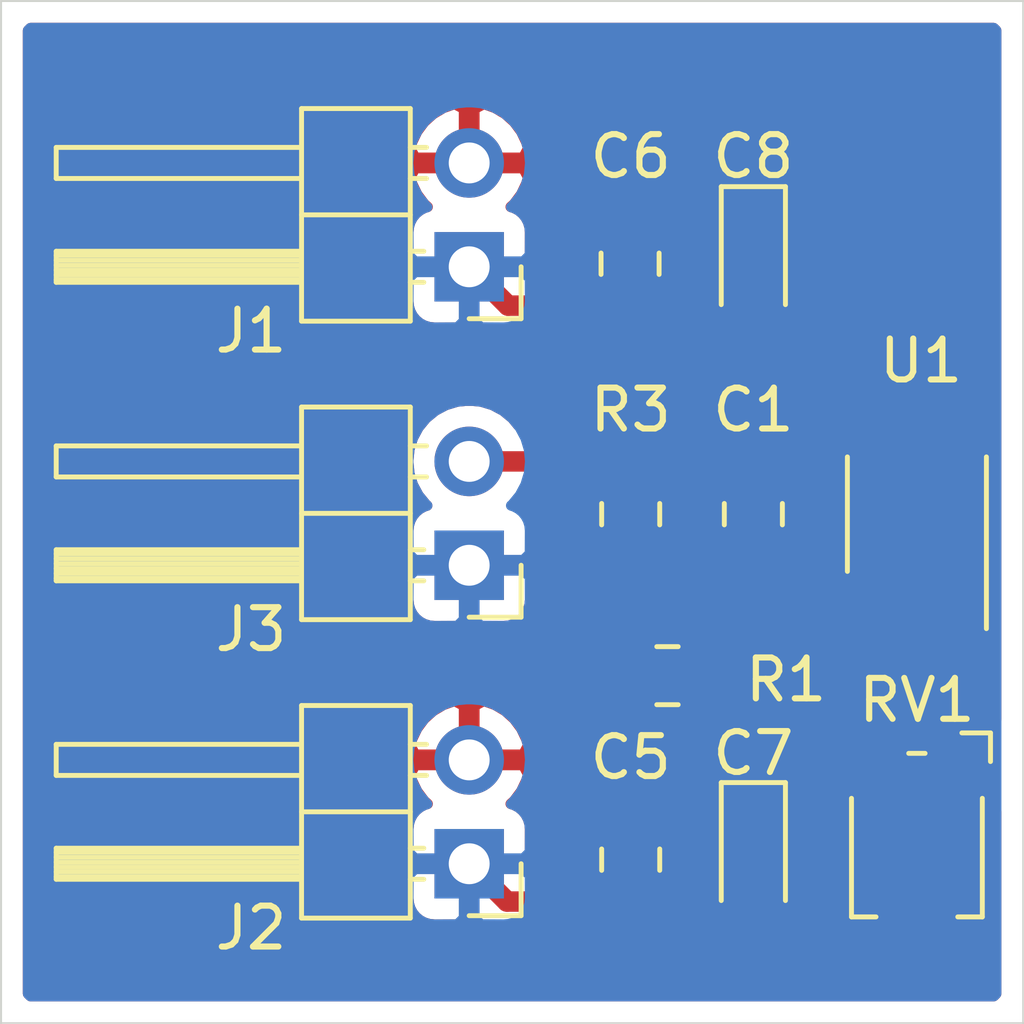
<source format=kicad_pcb>
(kicad_pcb (version 20171130) (host pcbnew "(5.1.2)-2")

  (general
    (thickness 1.6)
    (drawings 4)
    (tracks 28)
    (zones 0)
    (modules 12)
    (nets 6)
  )

  (page A4)
  (title_block
    (title "Sensor Auxiliary")
    (rev 1)
  )

  (layers
    (0 F.Cu mixed)
    (31 B.Cu power)
    (32 B.Adhes user)
    (33 F.Adhes user)
    (34 B.Paste user)
    (35 F.Paste user)
    (36 B.SilkS user)
    (37 F.SilkS user)
    (38 B.Mask user)
    (39 F.Mask user)
    (40 Dwgs.User user)
    (41 Cmts.User user)
    (42 Eco1.User user)
    (43 Eco2.User user)
    (44 Edge.Cuts user)
    (45 Margin user)
    (46 B.CrtYd user)
    (47 F.CrtYd user)
    (48 B.Fab user)
    (49 F.Fab user)
  )

  (setup
    (last_trace_width 0.5)
    (trace_clearance 0.2)
    (zone_clearance 0.508)
    (zone_45_only no)
    (trace_min 0.2)
    (via_size 0.8)
    (via_drill 0.4)
    (via_min_size 0.4)
    (via_min_drill 0.3)
    (uvia_size 0.3)
    (uvia_drill 0.1)
    (uvias_allowed no)
    (uvia_min_size 0.2)
    (uvia_min_drill 0.1)
    (edge_width 0.05)
    (segment_width 0.2)
    (pcb_text_width 0.3)
    (pcb_text_size 1.5 1.5)
    (mod_edge_width 0.12)
    (mod_text_size 1 1)
    (mod_text_width 0.15)
    (pad_size 1.524 1.524)
    (pad_drill 0.762)
    (pad_to_mask_clearance 0.051)
    (solder_mask_min_width 0.25)
    (aux_axis_origin 0 0)
    (visible_elements 7FFDFFFF)
    (pcbplotparams
      (layerselection 0x010fc_ffffffff)
      (usegerberextensions false)
      (usegerberattributes false)
      (usegerberadvancedattributes false)
      (creategerberjobfile false)
      (excludeedgelayer true)
      (linewidth 0.100000)
      (plotframeref false)
      (viasonmask false)
      (mode 1)
      (useauxorigin false)
      (hpglpennumber 1)
      (hpglpenspeed 20)
      (hpglpendiameter 15.000000)
      (psnegative false)
      (psa4output false)
      (plotreference true)
      (plotvalue true)
      (plotinvisibletext false)
      (padsonsilk false)
      (subtractmaskfromsilk false)
      (outputformat 1)
      (mirror false)
      (drillshape 1)
      (scaleselection 1)
      (outputdirectory ""))
  )

  (net 0 "")
  (net 1 GND)
  (net 2 +5V)
  (net 3 "Net-(R1-Pad2)")
  (net 4 "Net-(RV1-Pad1)")
  (net 5 /SENSOR_AUX)

  (net_class Default "This is the default net class."
    (clearance 0.2)
    (trace_width 0.5)
    (via_dia 0.8)
    (via_drill 0.4)
    (uvia_dia 0.3)
    (uvia_drill 0.1)
    (add_net +5V)
    (add_net /SENSOR_AUX)
    (add_net GND)
    (add_net "Net-(R1-Pad2)")
    (add_net "Net-(RV1-Pad1)")
  )

  (module Capacitor_SMD:C_0805_2012Metric_Pad1.15x1.40mm_HandSolder locked (layer F.Cu) (tedit 5B36C52B) (tstamp 5D308F95)
    (at 48.4 42.55 270)
    (descr "Capacitor SMD 0805 (2012 Metric), square (rectangular) end terminal, IPC_7351 nominal with elongated pad for handsoldering. (Body size source: https://docs.google.com/spreadsheets/d/1BsfQQcO9C6DZCsRaXUlFlo91Tg2WpOkGARC1WS5S8t0/edit?usp=sharing), generated with kicad-footprint-generator")
    (tags "capacitor handsolder")
    (path /682A3554)
    (attr smd)
    (fp_text reference C1 (at -2.55 0 180) (layer F.SilkS)
      (effects (font (size 1 1) (thickness 0.15)))
    )
    (fp_text value 100nF (at 0 1.65 90) (layer F.Fab)
      (effects (font (size 1 1) (thickness 0.15)))
    )
    (fp_line (start -1 0.6) (end -1 -0.6) (layer F.Fab) (width 0.1))
    (fp_line (start -1 -0.6) (end 1 -0.6) (layer F.Fab) (width 0.1))
    (fp_line (start 1 -0.6) (end 1 0.6) (layer F.Fab) (width 0.1))
    (fp_line (start 1 0.6) (end -1 0.6) (layer F.Fab) (width 0.1))
    (fp_line (start -0.261252 -0.71) (end 0.261252 -0.71) (layer F.SilkS) (width 0.12))
    (fp_line (start -0.261252 0.71) (end 0.261252 0.71) (layer F.SilkS) (width 0.12))
    (fp_line (start -1.85 0.95) (end -1.85 -0.95) (layer F.CrtYd) (width 0.05))
    (fp_line (start -1.85 -0.95) (end 1.85 -0.95) (layer F.CrtYd) (width 0.05))
    (fp_line (start 1.85 -0.95) (end 1.85 0.95) (layer F.CrtYd) (width 0.05))
    (fp_line (start 1.85 0.95) (end -1.85 0.95) (layer F.CrtYd) (width 0.05))
    (fp_text user %R (at 0 0 90) (layer F.Fab)
      (effects (font (size 0.5 0.5) (thickness 0.08)))
    )
    (pad 1 smd roundrect (at -1.025 0 270) (size 1.15 1.4) (layers F.Cu F.Paste F.Mask) (roundrect_rratio 0.217391)
      (net 5 /SENSOR_AUX))
    (pad 2 smd roundrect (at 1.025 0 270) (size 1.15 1.4) (layers F.Cu F.Paste F.Mask) (roundrect_rratio 0.217391)
      (net 1 GND))
    (model ${KISYS3DMOD}/Capacitor_SMD.3dshapes/C_0805_2012Metric.wrl
      (at (xyz 0 0 0))
      (scale (xyz 1 1 1))
      (rotate (xyz 0 0 0))
    )
  )

  (module Capacitor_SMD:C_0805_2012Metric_Pad1.15x1.40mm_HandSolder locked (layer F.Cu) (tedit 5B36C52B) (tstamp 5D30A78F)
    (at 45.4 51 90)
    (descr "Capacitor SMD 0805 (2012 Metric), square (rectangular) end terminal, IPC_7351 nominal with elongated pad for handsoldering. (Body size source: https://docs.google.com/spreadsheets/d/1BsfQQcO9C6DZCsRaXUlFlo91Tg2WpOkGARC1WS5S8t0/edit?usp=sharing), generated with kicad-footprint-generator")
    (tags "capacitor handsolder")
    (path /5EB86E32)
    (attr smd)
    (fp_text reference C5 (at 2.5 0 180) (layer F.SilkS)
      (effects (font (size 1 1) (thickness 0.15)))
    )
    (fp_text value 100nF (at 0 1.65 90) (layer F.Fab)
      (effects (font (size 1 1) (thickness 0.15)))
    )
    (fp_line (start -1 0.6) (end -1 -0.6) (layer F.Fab) (width 0.1))
    (fp_line (start -1 -0.6) (end 1 -0.6) (layer F.Fab) (width 0.1))
    (fp_line (start 1 -0.6) (end 1 0.6) (layer F.Fab) (width 0.1))
    (fp_line (start 1 0.6) (end -1 0.6) (layer F.Fab) (width 0.1))
    (fp_line (start -0.261252 -0.71) (end 0.261252 -0.71) (layer F.SilkS) (width 0.12))
    (fp_line (start -0.261252 0.71) (end 0.261252 0.71) (layer F.SilkS) (width 0.12))
    (fp_line (start -1.85 0.95) (end -1.85 -0.95) (layer F.CrtYd) (width 0.05))
    (fp_line (start -1.85 -0.95) (end 1.85 -0.95) (layer F.CrtYd) (width 0.05))
    (fp_line (start 1.85 -0.95) (end 1.85 0.95) (layer F.CrtYd) (width 0.05))
    (fp_line (start 1.85 0.95) (end -1.85 0.95) (layer F.CrtYd) (width 0.05))
    (fp_text user %R (at 0 0 90) (layer F.Fab)
      (effects (font (size 0.5 0.5) (thickness 0.08)))
    )
    (pad 1 smd roundrect (at -1.025 0 90) (size 1.15 1.4) (layers F.Cu F.Paste F.Mask) (roundrect_rratio 0.217391)
      (net 1 GND))
    (pad 2 smd roundrect (at 1.025 0 90) (size 1.15 1.4) (layers F.Cu F.Paste F.Mask) (roundrect_rratio 0.217391)
      (net 2 +5V))
    (model ${KISYS3DMOD}/Capacitor_SMD.3dshapes/C_0805_2012Metric.wrl
      (at (xyz 0 0 0))
      (scale (xyz 1 1 1))
      (rotate (xyz 0 0 0))
    )
  )

  (module Capacitor_SMD:C_0805_2012Metric_Pad1.15x1.40mm_HandSolder locked (layer F.Cu) (tedit 5B36C52B) (tstamp 5D30AB5C)
    (at 45.385001 36.424999 90)
    (descr "Capacitor SMD 0805 (2012 Metric), square (rectangular) end terminal, IPC_7351 nominal with elongated pad for handsoldering. (Body size source: https://docs.google.com/spreadsheets/d/1BsfQQcO9C6DZCsRaXUlFlo91Tg2WpOkGARC1WS5S8t0/edit?usp=sharing), generated with kicad-footprint-generator")
    (tags "capacitor handsolder")
    (path /5D29D75C)
    (attr smd)
    (fp_text reference C6 (at 2.624999 0.014999 180) (layer F.SilkS)
      (effects (font (size 1 1) (thickness 0.15)))
    )
    (fp_text value 100nF (at 0 1.65 90) (layer F.Fab)
      (effects (font (size 1 1) (thickness 0.15)))
    )
    (fp_text user %R (at 0 0 90) (layer F.Fab)
      (effects (font (size 0.5 0.5) (thickness 0.08)))
    )
    (fp_line (start 1.85 0.95) (end -1.85 0.95) (layer F.CrtYd) (width 0.05))
    (fp_line (start 1.85 -0.95) (end 1.85 0.95) (layer F.CrtYd) (width 0.05))
    (fp_line (start -1.85 -0.95) (end 1.85 -0.95) (layer F.CrtYd) (width 0.05))
    (fp_line (start -1.85 0.95) (end -1.85 -0.95) (layer F.CrtYd) (width 0.05))
    (fp_line (start -0.261252 0.71) (end 0.261252 0.71) (layer F.SilkS) (width 0.12))
    (fp_line (start -0.261252 -0.71) (end 0.261252 -0.71) (layer F.SilkS) (width 0.12))
    (fp_line (start 1 0.6) (end -1 0.6) (layer F.Fab) (width 0.1))
    (fp_line (start 1 -0.6) (end 1 0.6) (layer F.Fab) (width 0.1))
    (fp_line (start -1 -0.6) (end 1 -0.6) (layer F.Fab) (width 0.1))
    (fp_line (start -1 0.6) (end -1 -0.6) (layer F.Fab) (width 0.1))
    (pad 2 smd roundrect (at 1.025 0 90) (size 1.15 1.4) (layers F.Cu F.Paste F.Mask) (roundrect_rratio 0.217391)
      (net 2 +5V))
    (pad 1 smd roundrect (at -1.025 0 90) (size 1.15 1.4) (layers F.Cu F.Paste F.Mask) (roundrect_rratio 0.217391)
      (net 1 GND))
    (model ${KISYS3DMOD}/Capacitor_SMD.3dshapes/C_0805_2012Metric.wrl
      (at (xyz 0 0 0))
      (scale (xyz 1 1 1))
      (rotate (xyz 0 0 0))
    )
  )

  (module Capacitor_Tantalum_SMD:CP_EIA-2012-15_AVX-P_Pad1.30x1.05mm_HandSolder locked (layer F.Cu) (tedit 5B301BBE) (tstamp 5D308FCA)
    (at 48.4 51 270)
    (descr "Tantalum Capacitor SMD AVX-P (2012-15 Metric), IPC_7351 nominal, (Body size from: https://www.vishay.com/docs/40182/tmch.pdf), generated with kicad-footprint-generator")
    (tags "capacitor tantalum")
    (path /5EA63E43)
    (attr smd)
    (fp_text reference C7 (at -2.6 0 180) (layer F.SilkS)
      (effects (font (size 1 1) (thickness 0.15)))
    )
    (fp_text value 10uF (at 0 1.58 90) (layer F.Fab)
      (effects (font (size 1 1) (thickness 0.15)))
    )
    (fp_line (start 1 -0.625) (end -0.6875 -0.625) (layer F.Fab) (width 0.1))
    (fp_line (start -0.6875 -0.625) (end -1 -0.3125) (layer F.Fab) (width 0.1))
    (fp_line (start -1 -0.3125) (end -1 0.625) (layer F.Fab) (width 0.1))
    (fp_line (start -1 0.625) (end 1 0.625) (layer F.Fab) (width 0.1))
    (fp_line (start 1 0.625) (end 1 -0.625) (layer F.Fab) (width 0.1))
    (fp_line (start 1 -0.785) (end -1.885 -0.785) (layer F.SilkS) (width 0.12))
    (fp_line (start -1.885 -0.785) (end -1.885 0.785) (layer F.SilkS) (width 0.12))
    (fp_line (start -1.885 0.785) (end 1 0.785) (layer F.SilkS) (width 0.12))
    (fp_line (start -1.88 0.88) (end -1.88 -0.88) (layer F.CrtYd) (width 0.05))
    (fp_line (start -1.88 -0.88) (end 1.88 -0.88) (layer F.CrtYd) (width 0.05))
    (fp_line (start 1.88 -0.88) (end 1.88 0.88) (layer F.CrtYd) (width 0.05))
    (fp_line (start 1.88 0.88) (end -1.88 0.88) (layer F.CrtYd) (width 0.05))
    (fp_text user %R (at 0 0 90) (layer F.Fab)
      (effects (font (size 0.5 0.5) (thickness 0.08)))
    )
    (pad 1 smd roundrect (at -0.975 0 270) (size 1.3 1.05) (layers F.Cu F.Paste F.Mask) (roundrect_rratio 0.238095)
      (net 2 +5V))
    (pad 2 smd roundrect (at 0.975 0 270) (size 1.3 1.05) (layers F.Cu F.Paste F.Mask) (roundrect_rratio 0.238095)
      (net 1 GND))
    (model ${KISYS3DMOD}/Capacitor_Tantalum_SMD.3dshapes/CP_EIA-2012-15_AVX-P.wrl
      (at (xyz 0 0 0))
      (scale (xyz 1 1 1))
      (rotate (xyz 0 0 0))
    )
  )

  (module Capacitor_Tantalum_SMD:CP_EIA-2012-15_AVX-P_Pad1.30x1.05mm_HandSolder locked (layer F.Cu) (tedit 5B301BBE) (tstamp 5D308FDD)
    (at 48.4 36.425 270)
    (descr "Tantalum Capacitor SMD AVX-P (2012-15 Metric), IPC_7351 nominal, (Body size from: https://www.vishay.com/docs/40182/tmch.pdf), generated with kicad-footprint-generator")
    (tags "capacitor tantalum")
    (path /5D29D74F)
    (attr smd)
    (fp_text reference C8 (at -2.625 0 180) (layer F.SilkS)
      (effects (font (size 1 1) (thickness 0.15)))
    )
    (fp_text value 10uF (at 0 1.58 90) (layer F.Fab)
      (effects (font (size 1 1) (thickness 0.15)))
    )
    (fp_text user %R (at 0 0 90) (layer F.Fab)
      (effects (font (size 0.5 0.5) (thickness 0.08)))
    )
    (fp_line (start 1.88 0.88) (end -1.88 0.88) (layer F.CrtYd) (width 0.05))
    (fp_line (start 1.88 -0.88) (end 1.88 0.88) (layer F.CrtYd) (width 0.05))
    (fp_line (start -1.88 -0.88) (end 1.88 -0.88) (layer F.CrtYd) (width 0.05))
    (fp_line (start -1.88 0.88) (end -1.88 -0.88) (layer F.CrtYd) (width 0.05))
    (fp_line (start -1.885 0.785) (end 1 0.785) (layer F.SilkS) (width 0.12))
    (fp_line (start -1.885 -0.785) (end -1.885 0.785) (layer F.SilkS) (width 0.12))
    (fp_line (start 1 -0.785) (end -1.885 -0.785) (layer F.SilkS) (width 0.12))
    (fp_line (start 1 0.625) (end 1 -0.625) (layer F.Fab) (width 0.1))
    (fp_line (start -1 0.625) (end 1 0.625) (layer F.Fab) (width 0.1))
    (fp_line (start -1 -0.3125) (end -1 0.625) (layer F.Fab) (width 0.1))
    (fp_line (start -0.6875 -0.625) (end -1 -0.3125) (layer F.Fab) (width 0.1))
    (fp_line (start 1 -0.625) (end -0.6875 -0.625) (layer F.Fab) (width 0.1))
    (pad 2 smd roundrect (at 0.975 0 270) (size 1.3 1.05) (layers F.Cu F.Paste F.Mask) (roundrect_rratio 0.238095)
      (net 1 GND))
    (pad 1 smd roundrect (at -0.975 0 270) (size 1.3 1.05) (layers F.Cu F.Paste F.Mask) (roundrect_rratio 0.238095)
      (net 2 +5V))
    (model ${KISYS3DMOD}/Capacitor_Tantalum_SMD.3dshapes/CP_EIA-2012-15_AVX-P.wrl
      (at (xyz 0 0 0))
      (scale (xyz 1 1 1))
      (rotate (xyz 0 0 0))
    )
  )

  (module Connector_PinHeader_2.54mm:PinHeader_1x02_P2.54mm_Horizontal locked (layer F.Cu) (tedit 59FED5CB) (tstamp 5D309855)
    (at 41.45 36.5 180)
    (descr "Through hole angled pin header, 1x02, 2.54mm pitch, 6mm pin length, single row")
    (tags "Through hole angled pin header THT 1x02 2.54mm single row")
    (path /5D6017A8)
    (fp_text reference J1 (at 5.335 -1.57) (layer F.SilkS)
      (effects (font (size 1 1) (thickness 0.15)))
    )
    (fp_text value Conn_01x02 (at 4.385 4.81) (layer F.Fab)
      (effects (font (size 1 1) (thickness 0.15)))
    )
    (fp_line (start 2.135 -1.27) (end 4.04 -1.27) (layer F.Fab) (width 0.1))
    (fp_line (start 4.04 -1.27) (end 4.04 3.81) (layer F.Fab) (width 0.1))
    (fp_line (start 4.04 3.81) (end 1.5 3.81) (layer F.Fab) (width 0.1))
    (fp_line (start 1.5 3.81) (end 1.5 -0.635) (layer F.Fab) (width 0.1))
    (fp_line (start 1.5 -0.635) (end 2.135 -1.27) (layer F.Fab) (width 0.1))
    (fp_line (start -0.32 -0.32) (end 1.5 -0.32) (layer F.Fab) (width 0.1))
    (fp_line (start -0.32 -0.32) (end -0.32 0.32) (layer F.Fab) (width 0.1))
    (fp_line (start -0.32 0.32) (end 1.5 0.32) (layer F.Fab) (width 0.1))
    (fp_line (start 4.04 -0.32) (end 10.04 -0.32) (layer F.Fab) (width 0.1))
    (fp_line (start 10.04 -0.32) (end 10.04 0.32) (layer F.Fab) (width 0.1))
    (fp_line (start 4.04 0.32) (end 10.04 0.32) (layer F.Fab) (width 0.1))
    (fp_line (start -0.32 2.22) (end 1.5 2.22) (layer F.Fab) (width 0.1))
    (fp_line (start -0.32 2.22) (end -0.32 2.86) (layer F.Fab) (width 0.1))
    (fp_line (start -0.32 2.86) (end 1.5 2.86) (layer F.Fab) (width 0.1))
    (fp_line (start 4.04 2.22) (end 10.04 2.22) (layer F.Fab) (width 0.1))
    (fp_line (start 10.04 2.22) (end 10.04 2.86) (layer F.Fab) (width 0.1))
    (fp_line (start 4.04 2.86) (end 10.04 2.86) (layer F.Fab) (width 0.1))
    (fp_line (start 1.44 -1.33) (end 1.44 3.87) (layer F.SilkS) (width 0.12))
    (fp_line (start 1.44 3.87) (end 4.1 3.87) (layer F.SilkS) (width 0.12))
    (fp_line (start 4.1 3.87) (end 4.1 -1.33) (layer F.SilkS) (width 0.12))
    (fp_line (start 4.1 -1.33) (end 1.44 -1.33) (layer F.SilkS) (width 0.12))
    (fp_line (start 4.1 -0.38) (end 10.1 -0.38) (layer F.SilkS) (width 0.12))
    (fp_line (start 10.1 -0.38) (end 10.1 0.38) (layer F.SilkS) (width 0.12))
    (fp_line (start 10.1 0.38) (end 4.1 0.38) (layer F.SilkS) (width 0.12))
    (fp_line (start 4.1 -0.32) (end 10.1 -0.32) (layer F.SilkS) (width 0.12))
    (fp_line (start 4.1 -0.2) (end 10.1 -0.2) (layer F.SilkS) (width 0.12))
    (fp_line (start 4.1 -0.08) (end 10.1 -0.08) (layer F.SilkS) (width 0.12))
    (fp_line (start 4.1 0.04) (end 10.1 0.04) (layer F.SilkS) (width 0.12))
    (fp_line (start 4.1 0.16) (end 10.1 0.16) (layer F.SilkS) (width 0.12))
    (fp_line (start 4.1 0.28) (end 10.1 0.28) (layer F.SilkS) (width 0.12))
    (fp_line (start 1.11 -0.38) (end 1.44 -0.38) (layer F.SilkS) (width 0.12))
    (fp_line (start 1.11 0.38) (end 1.44 0.38) (layer F.SilkS) (width 0.12))
    (fp_line (start 1.44 1.27) (end 4.1 1.27) (layer F.SilkS) (width 0.12))
    (fp_line (start 4.1 2.16) (end 10.1 2.16) (layer F.SilkS) (width 0.12))
    (fp_line (start 10.1 2.16) (end 10.1 2.92) (layer F.SilkS) (width 0.12))
    (fp_line (start 10.1 2.92) (end 4.1 2.92) (layer F.SilkS) (width 0.12))
    (fp_line (start 1.042929 2.16) (end 1.44 2.16) (layer F.SilkS) (width 0.12))
    (fp_line (start 1.042929 2.92) (end 1.44 2.92) (layer F.SilkS) (width 0.12))
    (fp_line (start -1.27 0) (end -1.27 -1.27) (layer F.SilkS) (width 0.12))
    (fp_line (start -1.27 -1.27) (end 0 -1.27) (layer F.SilkS) (width 0.12))
    (fp_line (start -1.8 -1.8) (end -1.8 4.35) (layer F.CrtYd) (width 0.05))
    (fp_line (start -1.8 4.35) (end 10.55 4.35) (layer F.CrtYd) (width 0.05))
    (fp_line (start 10.55 4.35) (end 10.55 -1.8) (layer F.CrtYd) (width 0.05))
    (fp_line (start 10.55 -1.8) (end -1.8 -1.8) (layer F.CrtYd) (width 0.05))
    (fp_text user %R (at 2.77 1.27 90) (layer F.Fab)
      (effects (font (size 1 1) (thickness 0.15)))
    )
    (pad 1 thru_hole rect (at 0 0 180) (size 1.7 1.7) (drill 1) (layers *.Cu *.Mask)
      (net 1 GND))
    (pad 2 thru_hole oval (at 0 2.54 180) (size 1.7 1.7) (drill 1) (layers *.Cu *.Mask)
      (net 2 +5V))
    (model ${KISYS3DMOD}/Connector_PinHeader_2.54mm.3dshapes/PinHeader_1x02_P2.54mm_Horizontal.wrl
      (at (xyz 0 0 0))
      (scale (xyz 1 1 1))
      (rotate (xyz 0 0 0))
    )
  )

  (module Connector_PinHeader_2.54mm:PinHeader_1x02_P2.54mm_Horizontal locked (layer F.Cu) (tedit 59FED5CB) (tstamp 5D309043)
    (at 41.45 51.1 180)
    (descr "Through hole angled pin header, 1x02, 2.54mm pitch, 6mm pin length, single row")
    (tags "Through hole angled pin header THT 1x02 2.54mm single row")
    (path /5D29D788)
    (fp_text reference J2 (at 5.335 -1.57) (layer F.SilkS)
      (effects (font (size 1 1) (thickness 0.15)))
    )
    (fp_text value Conn_01x02 (at 4.385 4.81) (layer F.Fab)
      (effects (font (size 1 1) (thickness 0.15)))
    )
    (fp_text user %R (at 2.77 1.27 90) (layer F.Fab)
      (effects (font (size 1 1) (thickness 0.15)))
    )
    (fp_line (start 10.55 -1.8) (end -1.8 -1.8) (layer F.CrtYd) (width 0.05))
    (fp_line (start 10.55 4.35) (end 10.55 -1.8) (layer F.CrtYd) (width 0.05))
    (fp_line (start -1.8 4.35) (end 10.55 4.35) (layer F.CrtYd) (width 0.05))
    (fp_line (start -1.8 -1.8) (end -1.8 4.35) (layer F.CrtYd) (width 0.05))
    (fp_line (start -1.27 -1.27) (end 0 -1.27) (layer F.SilkS) (width 0.12))
    (fp_line (start -1.27 0) (end -1.27 -1.27) (layer F.SilkS) (width 0.12))
    (fp_line (start 1.042929 2.92) (end 1.44 2.92) (layer F.SilkS) (width 0.12))
    (fp_line (start 1.042929 2.16) (end 1.44 2.16) (layer F.SilkS) (width 0.12))
    (fp_line (start 10.1 2.92) (end 4.1 2.92) (layer F.SilkS) (width 0.12))
    (fp_line (start 10.1 2.16) (end 10.1 2.92) (layer F.SilkS) (width 0.12))
    (fp_line (start 4.1 2.16) (end 10.1 2.16) (layer F.SilkS) (width 0.12))
    (fp_line (start 1.44 1.27) (end 4.1 1.27) (layer F.SilkS) (width 0.12))
    (fp_line (start 1.11 0.38) (end 1.44 0.38) (layer F.SilkS) (width 0.12))
    (fp_line (start 1.11 -0.38) (end 1.44 -0.38) (layer F.SilkS) (width 0.12))
    (fp_line (start 4.1 0.28) (end 10.1 0.28) (layer F.SilkS) (width 0.12))
    (fp_line (start 4.1 0.16) (end 10.1 0.16) (layer F.SilkS) (width 0.12))
    (fp_line (start 4.1 0.04) (end 10.1 0.04) (layer F.SilkS) (width 0.12))
    (fp_line (start 4.1 -0.08) (end 10.1 -0.08) (layer F.SilkS) (width 0.12))
    (fp_line (start 4.1 -0.2) (end 10.1 -0.2) (layer F.SilkS) (width 0.12))
    (fp_line (start 4.1 -0.32) (end 10.1 -0.32) (layer F.SilkS) (width 0.12))
    (fp_line (start 10.1 0.38) (end 4.1 0.38) (layer F.SilkS) (width 0.12))
    (fp_line (start 10.1 -0.38) (end 10.1 0.38) (layer F.SilkS) (width 0.12))
    (fp_line (start 4.1 -0.38) (end 10.1 -0.38) (layer F.SilkS) (width 0.12))
    (fp_line (start 4.1 -1.33) (end 1.44 -1.33) (layer F.SilkS) (width 0.12))
    (fp_line (start 4.1 3.87) (end 4.1 -1.33) (layer F.SilkS) (width 0.12))
    (fp_line (start 1.44 3.87) (end 4.1 3.87) (layer F.SilkS) (width 0.12))
    (fp_line (start 1.44 -1.33) (end 1.44 3.87) (layer F.SilkS) (width 0.12))
    (fp_line (start 4.04 2.86) (end 10.04 2.86) (layer F.Fab) (width 0.1))
    (fp_line (start 10.04 2.22) (end 10.04 2.86) (layer F.Fab) (width 0.1))
    (fp_line (start 4.04 2.22) (end 10.04 2.22) (layer F.Fab) (width 0.1))
    (fp_line (start -0.32 2.86) (end 1.5 2.86) (layer F.Fab) (width 0.1))
    (fp_line (start -0.32 2.22) (end -0.32 2.86) (layer F.Fab) (width 0.1))
    (fp_line (start -0.32 2.22) (end 1.5 2.22) (layer F.Fab) (width 0.1))
    (fp_line (start 4.04 0.32) (end 10.04 0.32) (layer F.Fab) (width 0.1))
    (fp_line (start 10.04 -0.32) (end 10.04 0.32) (layer F.Fab) (width 0.1))
    (fp_line (start 4.04 -0.32) (end 10.04 -0.32) (layer F.Fab) (width 0.1))
    (fp_line (start -0.32 0.32) (end 1.5 0.32) (layer F.Fab) (width 0.1))
    (fp_line (start -0.32 -0.32) (end -0.32 0.32) (layer F.Fab) (width 0.1))
    (fp_line (start -0.32 -0.32) (end 1.5 -0.32) (layer F.Fab) (width 0.1))
    (fp_line (start 1.5 -0.635) (end 2.135 -1.27) (layer F.Fab) (width 0.1))
    (fp_line (start 1.5 3.81) (end 1.5 -0.635) (layer F.Fab) (width 0.1))
    (fp_line (start 4.04 3.81) (end 1.5 3.81) (layer F.Fab) (width 0.1))
    (fp_line (start 4.04 -1.27) (end 4.04 3.81) (layer F.Fab) (width 0.1))
    (fp_line (start 2.135 -1.27) (end 4.04 -1.27) (layer F.Fab) (width 0.1))
    (pad 2 thru_hole oval (at 0 2.54 180) (size 1.7 1.7) (drill 1) (layers *.Cu *.Mask)
      (net 2 +5V))
    (pad 1 thru_hole rect (at 0 0 180) (size 1.7 1.7) (drill 1) (layers *.Cu *.Mask)
      (net 1 GND))
    (model ${KISYS3DMOD}/Connector_PinHeader_2.54mm.3dshapes/PinHeader_1x02_P2.54mm_Horizontal.wrl
      (at (xyz 0 0 0))
      (scale (xyz 1 1 1))
      (rotate (xyz 0 0 0))
    )
  )

  (module Connector_PinHeader_2.54mm:PinHeader_1x02_P2.54mm_Horizontal locked (layer F.Cu) (tedit 59FED5CB) (tstamp 5D309076)
    (at 41.45 43.8 180)
    (descr "Through hole angled pin header, 1x02, 2.54mm pitch, 6mm pin length, single row")
    (tags "Through hole angled pin header THT 1x02 2.54mm single row")
    (path /5D31F86D)
    (fp_text reference J3 (at 5.335 -1.57) (layer F.SilkS)
      (effects (font (size 1 1) (thickness 0.15)))
    )
    (fp_text value Conn_01x02 (at 4.385 4.81) (layer F.Fab)
      (effects (font (size 1 1) (thickness 0.15)))
    )
    (fp_line (start 2.135 -1.27) (end 4.04 -1.27) (layer F.Fab) (width 0.1))
    (fp_line (start 4.04 -1.27) (end 4.04 3.81) (layer F.Fab) (width 0.1))
    (fp_line (start 4.04 3.81) (end 1.5 3.81) (layer F.Fab) (width 0.1))
    (fp_line (start 1.5 3.81) (end 1.5 -0.635) (layer F.Fab) (width 0.1))
    (fp_line (start 1.5 -0.635) (end 2.135 -1.27) (layer F.Fab) (width 0.1))
    (fp_line (start -0.32 -0.32) (end 1.5 -0.32) (layer F.Fab) (width 0.1))
    (fp_line (start -0.32 -0.32) (end -0.32 0.32) (layer F.Fab) (width 0.1))
    (fp_line (start -0.32 0.32) (end 1.5 0.32) (layer F.Fab) (width 0.1))
    (fp_line (start 4.04 -0.32) (end 10.04 -0.32) (layer F.Fab) (width 0.1))
    (fp_line (start 10.04 -0.32) (end 10.04 0.32) (layer F.Fab) (width 0.1))
    (fp_line (start 4.04 0.32) (end 10.04 0.32) (layer F.Fab) (width 0.1))
    (fp_line (start -0.32 2.22) (end 1.5 2.22) (layer F.Fab) (width 0.1))
    (fp_line (start -0.32 2.22) (end -0.32 2.86) (layer F.Fab) (width 0.1))
    (fp_line (start -0.32 2.86) (end 1.5 2.86) (layer F.Fab) (width 0.1))
    (fp_line (start 4.04 2.22) (end 10.04 2.22) (layer F.Fab) (width 0.1))
    (fp_line (start 10.04 2.22) (end 10.04 2.86) (layer F.Fab) (width 0.1))
    (fp_line (start 4.04 2.86) (end 10.04 2.86) (layer F.Fab) (width 0.1))
    (fp_line (start 1.44 -1.33) (end 1.44 3.87) (layer F.SilkS) (width 0.12))
    (fp_line (start 1.44 3.87) (end 4.1 3.87) (layer F.SilkS) (width 0.12))
    (fp_line (start 4.1 3.87) (end 4.1 -1.33) (layer F.SilkS) (width 0.12))
    (fp_line (start 4.1 -1.33) (end 1.44 -1.33) (layer F.SilkS) (width 0.12))
    (fp_line (start 4.1 -0.38) (end 10.1 -0.38) (layer F.SilkS) (width 0.12))
    (fp_line (start 10.1 -0.38) (end 10.1 0.38) (layer F.SilkS) (width 0.12))
    (fp_line (start 10.1 0.38) (end 4.1 0.38) (layer F.SilkS) (width 0.12))
    (fp_line (start 4.1 -0.32) (end 10.1 -0.32) (layer F.SilkS) (width 0.12))
    (fp_line (start 4.1 -0.2) (end 10.1 -0.2) (layer F.SilkS) (width 0.12))
    (fp_line (start 4.1 -0.08) (end 10.1 -0.08) (layer F.SilkS) (width 0.12))
    (fp_line (start 4.1 0.04) (end 10.1 0.04) (layer F.SilkS) (width 0.12))
    (fp_line (start 4.1 0.16) (end 10.1 0.16) (layer F.SilkS) (width 0.12))
    (fp_line (start 4.1 0.28) (end 10.1 0.28) (layer F.SilkS) (width 0.12))
    (fp_line (start 1.11 -0.38) (end 1.44 -0.38) (layer F.SilkS) (width 0.12))
    (fp_line (start 1.11 0.38) (end 1.44 0.38) (layer F.SilkS) (width 0.12))
    (fp_line (start 1.44 1.27) (end 4.1 1.27) (layer F.SilkS) (width 0.12))
    (fp_line (start 4.1 2.16) (end 10.1 2.16) (layer F.SilkS) (width 0.12))
    (fp_line (start 10.1 2.16) (end 10.1 2.92) (layer F.SilkS) (width 0.12))
    (fp_line (start 10.1 2.92) (end 4.1 2.92) (layer F.SilkS) (width 0.12))
    (fp_line (start 1.042929 2.16) (end 1.44 2.16) (layer F.SilkS) (width 0.12))
    (fp_line (start 1.042929 2.92) (end 1.44 2.92) (layer F.SilkS) (width 0.12))
    (fp_line (start -1.27 0) (end -1.27 -1.27) (layer F.SilkS) (width 0.12))
    (fp_line (start -1.27 -1.27) (end 0 -1.27) (layer F.SilkS) (width 0.12))
    (fp_line (start -1.8 -1.8) (end -1.8 4.35) (layer F.CrtYd) (width 0.05))
    (fp_line (start -1.8 4.35) (end 10.55 4.35) (layer F.CrtYd) (width 0.05))
    (fp_line (start 10.55 4.35) (end 10.55 -1.8) (layer F.CrtYd) (width 0.05))
    (fp_line (start 10.55 -1.8) (end -1.8 -1.8) (layer F.CrtYd) (width 0.05))
    (fp_text user %R (at 2.77 1.27 90) (layer F.Fab)
      (effects (font (size 1 1) (thickness 0.15)))
    )
    (pad 1 thru_hole rect (at 0 0 180) (size 1.7 1.7) (drill 1) (layers *.Cu *.Mask)
      (net 1 GND))
    (pad 2 thru_hole oval (at 0 2.54 180) (size 1.7 1.7) (drill 1) (layers *.Cu *.Mask)
      (net 5 /SENSOR_AUX))
    (model ${KISYS3DMOD}/Connector_PinHeader_2.54mm.3dshapes/PinHeader_1x02_P2.54mm_Horizontal.wrl
      (at (xyz 0 0 0))
      (scale (xyz 1 1 1))
      (rotate (xyz 0 0 0))
    )
  )

  (module Resistor_SMD:R_0805_2012Metric_Pad1.15x1.40mm_HandSolder locked (layer F.Cu) (tedit 5B36C52B) (tstamp 5D309087)
    (at 46.3 46.5)
    (descr "Resistor SMD 0805 (2012 Metric), square (rectangular) end terminal, IPC_7351 nominal with elongated pad for handsoldering. (Body size source: https://docs.google.com/spreadsheets/d/1BsfQQcO9C6DZCsRaXUlFlo91Tg2WpOkGARC1WS5S8t0/edit?usp=sharing), generated with kicad-footprint-generator")
    (tags "resistor handsolder")
    (path /5D4DD78C)
    (attr smd)
    (fp_text reference R1 (at 2.9 0.1) (layer F.SilkS)
      (effects (font (size 1 1) (thickness 0.15)))
    )
    (fp_text value 150 (at 0 1.65) (layer F.Fab)
      (effects (font (size 1 1) (thickness 0.15)))
    )
    (fp_text user %R (at 0 0) (layer F.Fab)
      (effects (font (size 0.5 0.5) (thickness 0.08)))
    )
    (fp_line (start 1.85 0.95) (end -1.85 0.95) (layer F.CrtYd) (width 0.05))
    (fp_line (start 1.85 -0.95) (end 1.85 0.95) (layer F.CrtYd) (width 0.05))
    (fp_line (start -1.85 -0.95) (end 1.85 -0.95) (layer F.CrtYd) (width 0.05))
    (fp_line (start -1.85 0.95) (end -1.85 -0.95) (layer F.CrtYd) (width 0.05))
    (fp_line (start -0.261252 0.71) (end 0.261252 0.71) (layer F.SilkS) (width 0.12))
    (fp_line (start -0.261252 -0.71) (end 0.261252 -0.71) (layer F.SilkS) (width 0.12))
    (fp_line (start 1 0.6) (end -1 0.6) (layer F.Fab) (width 0.1))
    (fp_line (start 1 -0.6) (end 1 0.6) (layer F.Fab) (width 0.1))
    (fp_line (start -1 -0.6) (end 1 -0.6) (layer F.Fab) (width 0.1))
    (fp_line (start -1 0.6) (end -1 -0.6) (layer F.Fab) (width 0.1))
    (pad 2 smd roundrect (at 1.025 0) (size 1.15 1.4) (layers F.Cu F.Paste F.Mask) (roundrect_rratio 0.217391)
      (net 3 "Net-(R1-Pad2)"))
    (pad 1 smd roundrect (at -1.025 0) (size 1.15 1.4) (layers F.Cu F.Paste F.Mask) (roundrect_rratio 0.217391)
      (net 2 +5V))
    (model ${KISYS3DMOD}/Resistor_SMD.3dshapes/R_0805_2012Metric.wrl
      (at (xyz 0 0 0))
      (scale (xyz 1 1 1))
      (rotate (xyz 0 0 0))
    )
  )

  (module Resistor_SMD:R_0805_2012Metric_Pad1.15x1.40mm_HandSolder locked (layer F.Cu) (tedit 5B36C52B) (tstamp 5D30A450)
    (at 45.4 42.55 90)
    (descr "Resistor SMD 0805 (2012 Metric), square (rectangular) end terminal, IPC_7351 nominal with elongated pad for handsoldering. (Body size source: https://docs.google.com/spreadsheets/d/1BsfQQcO9C6DZCsRaXUlFlo91Tg2WpOkGARC1WS5S8t0/edit?usp=sharing), generated with kicad-footprint-generator")
    (tags "resistor handsolder")
    (path /682A3535)
    (attr smd)
    (fp_text reference R3 (at 2.55 0 180) (layer F.SilkS)
      (effects (font (size 1 1) (thickness 0.15)))
    )
    (fp_text value 10k (at 0 1.65 90) (layer F.Fab)
      (effects (font (size 1 1) (thickness 0.15)))
    )
    (fp_line (start -1 0.6) (end -1 -0.6) (layer F.Fab) (width 0.1))
    (fp_line (start -1 -0.6) (end 1 -0.6) (layer F.Fab) (width 0.1))
    (fp_line (start 1 -0.6) (end 1 0.6) (layer F.Fab) (width 0.1))
    (fp_line (start 1 0.6) (end -1 0.6) (layer F.Fab) (width 0.1))
    (fp_line (start -0.261252 -0.71) (end 0.261252 -0.71) (layer F.SilkS) (width 0.12))
    (fp_line (start -0.261252 0.71) (end 0.261252 0.71) (layer F.SilkS) (width 0.12))
    (fp_line (start -1.85 0.95) (end -1.85 -0.95) (layer F.CrtYd) (width 0.05))
    (fp_line (start -1.85 -0.95) (end 1.85 -0.95) (layer F.CrtYd) (width 0.05))
    (fp_line (start 1.85 -0.95) (end 1.85 0.95) (layer F.CrtYd) (width 0.05))
    (fp_line (start 1.85 0.95) (end -1.85 0.95) (layer F.CrtYd) (width 0.05))
    (fp_text user %R (at 0 0 90) (layer F.Fab)
      (effects (font (size 0.5 0.5) (thickness 0.08)))
    )
    (pad 1 smd roundrect (at -1.025 0 90) (size 1.15 1.4) (layers F.Cu F.Paste F.Mask) (roundrect_rratio 0.217391)
      (net 1 GND))
    (pad 2 smd roundrect (at 1.025 0 90) (size 1.15 1.4) (layers F.Cu F.Paste F.Mask) (roundrect_rratio 0.217391)
      (net 5 /SENSOR_AUX))
    (model ${KISYS3DMOD}/Resistor_SMD.3dshapes/R_0805_2012Metric.wrl
      (at (xyz 0 0 0))
      (scale (xyz 1 1 1))
      (rotate (xyz 0 0 0))
    )
  )

  (module Potentiometer_SMD:Potentiometer_Bourns_TC33X_Vertical locked (layer F.Cu) (tedit 5C165D15) (tstamp 5D3090B3)
    (at 52.4 50.5 270)
    (descr "Potentiometer, Bourns, TC33X, Vertical, https://www.bourns.com/pdfs/TC33.pdf")
    (tags "Potentiometer Bourns TC33X Vertical")
    (path /5D30BFA3)
    (attr smd)
    (fp_text reference RV1 (at -3.4 0 180) (layer F.SilkS)
      (effects (font (size 1 1) (thickness 0.15)))
    )
    (fp_text value 200 (at 0 2.5 90) (layer F.Fab)
      (effects (font (size 1 1) (thickness 0.15)))
    )
    (fp_circle (center 0 0) (end 1.5 0) (layer F.Fab) (width 0.1))
    (fp_line (start -2 -0.75) (end -2 1.5) (layer F.Fab) (width 0.1))
    (fp_line (start -2 1.5) (end 1.8 1.5) (layer F.Fab) (width 0.1))
    (fp_line (start 1.8 1.5) (end 1.8 -1.5) (layer F.Fab) (width 0.1))
    (fp_line (start 1.8 -1.5) (end -1.25 -1.5) (layer F.Fab) (width 0.1))
    (fp_line (start -1.25 -1.5) (end -2 -0.75) (layer F.Fab) (width 0.1))
    (fp_text user %R (at 0 0 90) (layer F.Fab)
      (effects (font (size 0.7 0.7) (thickness 0.105)))
    )
    (fp_line (start -2.1 -0.2) (end -2.1 0.2) (layer F.SilkS) (width 0.12))
    (fp_line (start -1 -1.6) (end 1.9 -1.6) (layer F.SilkS) (width 0.12))
    (fp_line (start 1.9 -1.6) (end 1.9 -1) (layer F.SilkS) (width 0.12))
    (fp_line (start -1 1.6) (end 1.9 1.6) (layer F.SilkS) (width 0.12))
    (fp_line (start 1.9 1.6) (end 1.9 1) (layer F.SilkS) (width 0.12))
    (fp_line (start -1.9 -1.8) (end -2.6 -1.8) (layer F.SilkS) (width 0.12))
    (fp_line (start -2.6 -1.8) (end -2.6 -1.1) (layer F.SilkS) (width 0.12))
    (fp_line (start -2.65 -1.85) (end 2.45 -1.85) (layer F.CrtYd) (width 0.05))
    (fp_line (start 2.45 -1.85) (end 2.45 1.85) (layer F.CrtYd) (width 0.05))
    (fp_line (start 2.45 1.85) (end -2.65 1.85) (layer F.CrtYd) (width 0.05))
    (fp_line (start -2.65 1.85) (end -2.65 -1.85) (layer F.CrtYd) (width 0.05))
    (fp_circle (center 0 0) (end 1.8 0) (layer Dwgs.User) (width 0.05))
    (fp_text user "Wiper may be\nanywhere within\ncircle shown" (at -0.15 -0.8 90) (layer Cmts.User)
      (effects (font (size 0.15 0.15) (thickness 0.02)))
    )
    (pad 1 smd rect (at -1.8 -1 270) (size 1.2 1.2) (layers F.Cu F.Paste F.Mask)
      (net 4 "Net-(RV1-Pad1)"))
    (pad 3 smd rect (at -1.8 1 270) (size 1.2 1.2) (layers F.Cu F.Paste F.Mask)
      (net 3 "Net-(R1-Pad2)"))
    (pad 2 smd rect (at 1.45 0 270) (size 1.5 1.6) (layers F.Cu F.Paste F.Mask)
      (net 3 "Net-(R1-Pad2)"))
    (model ${KISYS3DMOD}/Potentiometer_SMD.3dshapes/Potentiometer_Bourns_TC33X_Vertical.wrl
      (at (xyz 0 0 0))
      (scale (xyz 1 1 1))
      (rotate (xyz 0 0 0))
    )
  )

  (module OptoDevice:OnSemi_CASE100CY locked (layer F.Cu) (tedit 5B870A92) (tstamp 5D30A614)
    (at 52.4 42.55 180)
    (descr "OnSemi CASE 100CY, light-direction upwards, see http://www.onsemi.com/pub/Collateral/QRE1113-D.PDF")
    (tags "refective opto couple photo coupler")
    (path /5D34062D)
    (attr smd)
    (fp_text reference U1 (at -0.1 3.75 180) (layer F.SilkS)
      (effects (font (size 1 1) (thickness 0.15)))
    )
    (fp_text value QRE1113 (at 0 3.9) (layer F.Fab)
      (effects (font (size 1 1) (thickness 0.15)))
    )
    (fp_text user %R (at 0 0.2) (layer F.Fab)
      (effects (font (size 0.75 0.75) (thickness 0.15)))
    )
    (fp_line (start 1.7 1.4) (end 1.7 -1.4) (layer F.SilkS) (width 0.12))
    (fp_line (start -1.7 1.4) (end -1.7 -2.8) (layer F.SilkS) (width 0.12))
    (fp_line (start -1.6 -0.8) (end -1.1 -1.3) (layer F.Fab) (width 0.1))
    (fp_line (start -1.1 -1.3) (end 1.6 -1.3) (layer F.Fab) (width 0.1))
    (fp_line (start -1.6 1.3) (end -1.6 -0.8) (layer F.Fab) (width 0.1))
    (fp_line (start 1.6 1.3) (end -1.6 1.3) (layer F.Fab) (width 0.1))
    (fp_line (start 1.6 -1.3) (end 1.6 1.3) (layer F.Fab) (width 0.1))
    (fp_line (start -1.85 -3.08) (end 1.85 -3.08) (layer F.CrtYd) (width 0.05))
    (fp_line (start -1.85 -3.08) (end -1.85 3.08) (layer F.CrtYd) (width 0.05))
    (fp_line (start 1.85 3.08) (end 1.85 -3.08) (layer F.CrtYd) (width 0.05))
    (fp_line (start 1.85 3.08) (end -1.85 3.08) (layer F.CrtYd) (width 0.05))
    (pad 3 smd roundrect (at 0.9 2 180) (size 0.79 1.66) (layers F.Cu F.Paste F.Mask) (roundrect_rratio 0.25)
      (net 2 +5V))
    (pad 2 smd roundrect (at -0.9 2 180) (size 0.79 1.66) (layers F.Cu F.Paste F.Mask) (roundrect_rratio 0.25)
      (net 1 GND))
    (pad 1 smd roundrect (at -0.9 -2 180) (size 0.79 1.66) (layers F.Cu F.Paste F.Mask) (roundrect_rratio 0.25)
      (net 4 "Net-(RV1-Pad1)"))
    (pad 4 smd roundrect (at 0.9 -2 180) (size 0.79 1.66) (layers F.Cu F.Paste F.Mask) (roundrect_rratio 0.25)
      (net 5 /SENSOR_AUX))
    (model ${KISYS3DMOD}/OptoDevice.3dshapes/OnSemi_CASE100CY.wrl
      (at (xyz 0 0 0))
      (scale (xyz 1 1 1))
      (rotate (xyz 0 0 0))
    )
  )

  (gr_line (start 30 55) (end 30 30) (layer Edge.Cuts) (width 0.05) (tstamp 5D27D625))
  (gr_line (start 55 55) (end 30 55) (layer Edge.Cuts) (width 0.05) (tstamp 5D27D628))
  (gr_line (start 55 30) (end 55 55) (layer Edge.Cuts) (width 0.05) (tstamp 5D2FAC25))
  (gr_line (start 30 30) (end 55 30) (layer Edge.Cuts) (width 0.05) (tstamp 5D2FA074))

  (segment (start 45.435 37.4) (end 45.385001 37.449999) (width 0.5) (layer F.Cu) (net 1) (status 40030))
  (segment (start 48.4 37.4) (end 45.435 37.4) (width 0.5) (layer F.Cu) (net 1) (status 40030))
  (segment (start 42.399999 37.449999) (end 41.45 36.5) (width 0.5) (layer F.Cu) (net 1) (status 40020))
  (segment (start 45.385001 37.449999) (end 42.399999 37.449999) (width 0.5) (layer F.Cu) (net 1) (status 40010))
  (segment (start 45.45 51.975) (end 45.4 52.025) (width 0.5) (layer F.Cu) (net 1) (status 40030))
  (segment (start 48.4 51.975) (end 45.45 51.975) (width 0.5) (layer F.Cu) (net 1) (status 40030))
  (segment (start 42.375 52.025) (end 41.45 51.1) (width 0.5) (layer F.Cu) (net 1) (status 40020))
  (segment (start 45.4 52.025) (end 42.375 52.025) (width 0.5) (layer F.Cu) (net 1) (status 40010))
  (segment (start 45.175 43.8) (end 45.4 43.575) (width 0.5) (layer F.Cu) (net 1) (status 40030))
  (segment (start 41.45 43.8) (end 45.175 43.8) (width 0.5) (layer F.Cu) (net 1) (status 40030))
  (segment (start 45.4 43.575) (end 48.4 43.575) (width 0.5) (layer F.Cu) (net 1) (status 40030))
  (segment (start 49.025 37.4) (end 48.4 37.4) (width 0.5) (layer F.Cu) (net 1) (status 40000))
  (segment (start 50.09572 37.4) (end 49.025 37.4) (width 0.5) (layer F.Cu) (net 1) (status 40000))
  (segment (start 53.24572 40.55) (end 50.09572 37.4) (width 0.5) (layer F.Cu) (net 1) (status 40000))
  (segment (start 53.3 40.55) (end 53.24572 40.55) (width 0.5) (layer F.Cu) (net 1) (status 40000))
  (segment (start 51.3 48.8) (end 51.4 48.7) (width 0.5) (layer F.Cu) (net 3) (status 40030))
  (segment (start 51.4 47.6) (end 51.4 48.7) (width 0.5) (layer F.Cu) (net 3) (status 40000))
  (segment (start 50.3 46.5) (end 51.4 47.6) (width 0.5) (layer F.Cu) (net 3) (status 40000))
  (segment (start 47.325 46.5) (end 50.3 46.5) (width 0.5) (layer F.Cu) (net 3) (status 40000))
  (segment (start 52.4 49.7) (end 51.4 48.7) (width 0.5) (layer F.Cu) (net 3) (status 40000))
  (segment (start 52.4 51.95) (end 52.4 49.7) (width 0.5) (layer F.Cu) (net 3) (status 40000))
  (segment (start 53.3 48.6) (end 53.4 48.7) (width 0.5) (layer F.Cu) (net 4) (status 40000))
  (segment (start 53.3 44.55) (end 53.3 48.6) (width 0.5) (layer F.Cu) (net 4) (status 40000))
  (segment (start 45.135 41.26) (end 45.4 41.525) (width 0.5) (layer F.Cu) (net 5) (status 40030))
  (segment (start 41.45 41.26) (end 45.135 41.26) (width 0.5) (layer F.Cu) (net 5) (status 40030))
  (segment (start 45.4 41.525) (end 48.4 41.525) (width 0.5) (layer F.Cu) (net 5) (status 40030))
  (segment (start 48.475 41.525) (end 51.5 44.55) (width 0.5) (layer F.Cu) (net 5) (status 40000))
  (segment (start 48.4 41.525) (end 48.475 41.525) (width 0.5) (layer F.Cu) (net 5) (status 40000))

  (zone (net 2) (net_name +5V) (layer F.Cu) (tstamp 0) (hatch edge 0.508)
    (connect_pads (clearance 0.508))
    (min_thickness 0.254)
    (fill yes (arc_segments 32) (thermal_gap 0.508) (thermal_bridge_width 0.508))
    (polygon
      (pts
        (xy 30.4 30.8) (xy 30.8 30.4) (xy 54.2 30.4) (xy 54.6 30.8) (xy 54.6 54.2)
        (xy 54.2 54.6) (xy 30.8 54.6) (xy 30.4 54.2)
      )
    )
    (filled_polygon
      (pts
        (xy 54.34 30.719606) (xy 54.340001 47.561716) (xy 54.24418 47.510498) (xy 54.185 47.492546) (xy 54.185 45.655557)
        (xy 54.192253 45.646719) (xy 54.269468 45.50226) (xy 54.317017 45.345512) (xy 54.333072 45.1825) (xy 54.333072 43.9175)
        (xy 54.317017 43.754488) (xy 54.269468 43.59774) (xy 54.192253 43.453281) (xy 54.088339 43.326661) (xy 53.961719 43.222747)
        (xy 53.81726 43.145532) (xy 53.660512 43.097983) (xy 53.4975 43.081928) (xy 53.1025 43.081928) (xy 52.939488 43.097983)
        (xy 52.78274 43.145532) (xy 52.638281 43.222747) (xy 52.511661 43.326661) (xy 52.407747 43.453281) (xy 52.4 43.467775)
        (xy 52.392253 43.453281) (xy 52.288339 43.326661) (xy 52.161719 43.222747) (xy 52.01726 43.145532) (xy 51.860512 43.097983)
        (xy 51.6975 43.081928) (xy 51.3025 43.081928) (xy 51.28521 43.083631) (xy 49.738072 41.536494) (xy 49.738072 41.38)
        (xy 50.466928 41.38) (xy 50.479188 41.504482) (xy 50.515498 41.62418) (xy 50.574463 41.734494) (xy 50.653815 41.831185)
        (xy 50.750506 41.910537) (xy 50.86082 41.969502) (xy 50.980518 42.005812) (xy 51.105 42.018072) (xy 51.21425 42.015)
        (xy 51.373 41.85625) (xy 51.373 40.677) (xy 50.62875 40.677) (xy 50.47 40.83575) (xy 50.466928 41.38)
        (xy 49.738072 41.38) (xy 49.738072 41.199999) (xy 49.721008 41.026745) (xy 49.670472 40.860149) (xy 49.588405 40.706613)
        (xy 49.477962 40.572038) (xy 49.343387 40.461595) (xy 49.189851 40.379528) (xy 49.023255 40.328992) (xy 48.850001 40.311928)
        (xy 47.949999 40.311928) (xy 47.776745 40.328992) (xy 47.610149 40.379528) (xy 47.456613 40.461595) (xy 47.322038 40.572038)
        (xy 47.266263 40.64) (xy 46.533737 40.64) (xy 46.477962 40.572038) (xy 46.343387 40.461595) (xy 46.189851 40.379528)
        (xy 46.023255 40.328992) (xy 45.850001 40.311928) (xy 44.949999 40.311928) (xy 44.776745 40.328992) (xy 44.625076 40.375)
        (xy 42.644759 40.375) (xy 42.505134 40.204866) (xy 42.279014 40.019294) (xy 42.021034 39.881401) (xy 41.741111 39.796487)
        (xy 41.52295 39.775) (xy 41.37705 39.775) (xy 41.158889 39.796487) (xy 40.878966 39.881401) (xy 40.620986 40.019294)
        (xy 40.394866 40.204866) (xy 40.209294 40.430986) (xy 40.071401 40.688966) (xy 39.986487 40.968889) (xy 39.957815 41.26)
        (xy 39.986487 41.551111) (xy 40.071401 41.831034) (xy 40.209294 42.089014) (xy 40.394866 42.315134) (xy 40.424687 42.339607)
        (xy 40.35582 42.360498) (xy 40.245506 42.419463) (xy 40.148815 42.498815) (xy 40.069463 42.595506) (xy 40.010498 42.70582)
        (xy 39.974188 42.825518) (xy 39.961928 42.95) (xy 39.961928 44.65) (xy 39.974188 44.774482) (xy 40.010498 44.89418)
        (xy 40.069463 45.004494) (xy 40.148815 45.101185) (xy 40.245506 45.180537) (xy 40.35582 45.239502) (xy 40.475518 45.275812)
        (xy 40.6 45.288072) (xy 42.3 45.288072) (xy 42.424482 45.275812) (xy 42.54418 45.239502) (xy 42.654494 45.180537)
        (xy 42.751185 45.101185) (xy 42.830537 45.004494) (xy 42.889502 44.89418) (xy 42.925812 44.774482) (xy 42.934625 44.685)
        (xy 44.543786 44.685) (xy 44.610149 44.720472) (xy 44.776745 44.771008) (xy 44.949999 44.788072) (xy 45.850001 44.788072)
        (xy 46.023255 44.771008) (xy 46.189851 44.720472) (xy 46.343387 44.638405) (xy 46.477962 44.527962) (xy 46.533737 44.46)
        (xy 47.266263 44.46) (xy 47.322038 44.527962) (xy 47.456613 44.638405) (xy 47.610149 44.720472) (xy 47.776745 44.771008)
        (xy 47.949999 44.788072) (xy 48.850001 44.788072) (xy 49.023255 44.771008) (xy 49.189851 44.720472) (xy 49.343387 44.638405)
        (xy 49.477962 44.527962) (xy 49.588405 44.393387) (xy 49.670472 44.239851) (xy 49.721008 44.073255) (xy 49.725551 44.02713)
        (xy 50.466928 44.768507) (xy 50.466928 45.1825) (xy 50.482983 45.345512) (xy 50.530532 45.50226) (xy 50.607747 45.646719)
        (xy 50.631582 45.675763) (xy 50.47349 45.627805) (xy 50.343477 45.615) (xy 50.343469 45.615) (xy 50.3 45.610719)
        (xy 50.256531 45.615) (xy 48.419614 45.615) (xy 48.388405 45.556613) (xy 48.277962 45.422038) (xy 48.143387 45.311595)
        (xy 47.989851 45.229528) (xy 47.823255 45.178992) (xy 47.650001 45.161928) (xy 46.999999 45.161928) (xy 46.826745 45.178992)
        (xy 46.660149 45.229528) (xy 46.506613 45.311595) (xy 46.372038 45.422038) (xy 46.366658 45.428594) (xy 46.301185 45.348815)
        (xy 46.204494 45.269463) (xy 46.09418 45.210498) (xy 45.974482 45.174188) (xy 45.85 45.161928) (xy 45.56075 45.165)
        (xy 45.402 45.32375) (xy 45.402 46.373) (xy 45.422 46.373) (xy 45.422 46.627) (xy 45.402 46.627)
        (xy 45.402 47.67625) (xy 45.56075 47.835) (xy 45.85 47.838072) (xy 45.974482 47.825812) (xy 46.09418 47.789502)
        (xy 46.204494 47.730537) (xy 46.301185 47.651185) (xy 46.366658 47.571406) (xy 46.372038 47.577962) (xy 46.506613 47.688405)
        (xy 46.660149 47.770472) (xy 46.826745 47.821008) (xy 46.999999 47.838072) (xy 47.650001 47.838072) (xy 47.823255 47.821008)
        (xy 47.989851 47.770472) (xy 48.143387 47.688405) (xy 48.277962 47.577962) (xy 48.388405 47.443387) (xy 48.419614 47.385)
        (xy 49.933422 47.385) (xy 50.28049 47.732069) (xy 50.269463 47.745506) (xy 50.210498 47.85582) (xy 50.174188 47.975518)
        (xy 50.161928 48.1) (xy 50.161928 49.3) (xy 50.174188 49.424482) (xy 50.210498 49.54418) (xy 50.269463 49.654494)
        (xy 50.348815 49.751185) (xy 50.445506 49.830537) (xy 50.55582 49.889502) (xy 50.675518 49.925812) (xy 50.8 49.938072)
        (xy 51.386493 49.938072) (xy 51.515001 50.06658) (xy 51.515001 50.570299) (xy 51.475518 50.574188) (xy 51.35582 50.610498)
        (xy 51.245506 50.669463) (xy 51.148815 50.748815) (xy 51.069463 50.845506) (xy 51.010498 50.95582) (xy 50.974188 51.075518)
        (xy 50.961928 51.2) (xy 50.961928 52.7) (xy 50.974188 52.824482) (xy 51.010498 52.94418) (xy 51.069463 53.054494)
        (xy 51.148815 53.151185) (xy 51.245506 53.230537) (xy 51.35582 53.289502) (xy 51.475518 53.325812) (xy 51.6 53.338072)
        (xy 53.2 53.338072) (xy 53.324482 53.325812) (xy 53.44418 53.289502) (xy 53.554494 53.230537) (xy 53.651185 53.151185)
        (xy 53.730537 53.054494) (xy 53.789502 52.94418) (xy 53.825812 52.824482) (xy 53.838072 52.7) (xy 53.838072 51.2)
        (xy 53.825812 51.075518) (xy 53.789502 50.95582) (xy 53.730537 50.845506) (xy 53.651185 50.748815) (xy 53.554494 50.669463)
        (xy 53.44418 50.610498) (xy 53.324482 50.574188) (xy 53.285 50.570299) (xy 53.285 49.938072) (xy 54 49.938072)
        (xy 54.124482 49.925812) (xy 54.24418 49.889502) (xy 54.340001 49.838284) (xy 54.340001 54.280393) (xy 54.280394 54.34)
        (xy 30.719606 54.34) (xy 30.66 54.280394) (xy 30.66 50.25) (xy 39.961928 50.25) (xy 39.961928 51.95)
        (xy 39.974188 52.074482) (xy 40.010498 52.19418) (xy 40.069463 52.304494) (xy 40.148815 52.401185) (xy 40.245506 52.480537)
        (xy 40.35582 52.539502) (xy 40.475518 52.575812) (xy 40.6 52.588072) (xy 41.686493 52.588072) (xy 41.71847 52.620049)
        (xy 41.746183 52.653817) (xy 41.779951 52.68153) (xy 41.779953 52.681532) (xy 41.880941 52.764411) (xy 42.034686 52.846589)
        (xy 42.078896 52.86) (xy 42.20151 52.897195) (xy 42.331523 52.91) (xy 42.331531 52.91) (xy 42.375 52.914281)
        (xy 42.418469 52.91) (xy 44.266263 52.91) (xy 44.322038 52.977962) (xy 44.456613 53.088405) (xy 44.610149 53.170472)
        (xy 44.776745 53.221008) (xy 44.949999 53.238072) (xy 45.850001 53.238072) (xy 46.023255 53.221008) (xy 46.189851 53.170472)
        (xy 46.343387 53.088405) (xy 46.477962 52.977962) (xy 46.574771 52.86) (xy 47.382112 52.86) (xy 47.386595 52.868387)
        (xy 47.497038 53.002962) (xy 47.631613 53.113405) (xy 47.785149 53.195472) (xy 47.951745 53.246008) (xy 48.124999 53.263072)
        (xy 48.675001 53.263072) (xy 48.848255 53.246008) (xy 49.014851 53.195472) (xy 49.168387 53.113405) (xy 49.302962 53.002962)
        (xy 49.413405 52.868387) (xy 49.495472 52.714851) (xy 49.546008 52.548255) (xy 49.563072 52.375001) (xy 49.563072 51.574999)
        (xy 49.546008 51.401745) (xy 49.495472 51.235149) (xy 49.413405 51.081613) (xy 49.413085 51.081223) (xy 49.455537 51.029494)
        (xy 49.514502 50.91918) (xy 49.550812 50.799482) (xy 49.563072 50.675) (xy 49.56 50.31075) (xy 49.40125 50.152)
        (xy 48.527 50.152) (xy 48.527 50.172) (xy 48.273 50.172) (xy 48.273 50.152) (xy 47.39875 50.152)
        (xy 47.24 50.31075) (xy 47.236928 50.675) (xy 47.249188 50.799482) (xy 47.285498 50.91918) (xy 47.344463 51.029494)
        (xy 47.386915 51.081223) (xy 47.386595 51.081613) (xy 47.382112 51.09) (xy 46.492703 51.09) (xy 46.477962 51.072038)
        (xy 46.471406 51.066658) (xy 46.551185 51.001185) (xy 46.630537 50.904494) (xy 46.689502 50.79418) (xy 46.725812 50.674482)
        (xy 46.738072 50.55) (xy 46.735 50.26075) (xy 46.57625 50.102) (xy 45.527 50.102) (xy 45.527 50.122)
        (xy 45.273 50.122) (xy 45.273 50.102) (xy 44.22375 50.102) (xy 44.065 50.26075) (xy 44.061928 50.55)
        (xy 44.074188 50.674482) (xy 44.110498 50.79418) (xy 44.169463 50.904494) (xy 44.248815 51.001185) (xy 44.328594 51.066658)
        (xy 44.322038 51.072038) (xy 44.266263 51.14) (xy 42.938072 51.14) (xy 42.938072 50.25) (xy 42.925812 50.125518)
        (xy 42.889502 50.00582) (xy 42.830537 49.895506) (xy 42.751185 49.798815) (xy 42.654494 49.719463) (xy 42.54418 49.660498)
        (xy 42.463534 49.636034) (xy 42.547588 49.560269) (xy 42.667131 49.4) (xy 44.061928 49.4) (xy 44.065 49.68925)
        (xy 44.22375 49.848) (xy 45.273 49.848) (xy 45.273 48.92375) (xy 45.527 48.92375) (xy 45.527 49.848)
        (xy 46.57625 49.848) (xy 46.735 49.68925) (xy 46.738072 49.4) (xy 46.73561 49.375) (xy 47.236928 49.375)
        (xy 47.24 49.73925) (xy 47.39875 49.898) (xy 48.273 49.898) (xy 48.273 48.89875) (xy 48.527 48.89875)
        (xy 48.527 49.898) (xy 49.40125 49.898) (xy 49.56 49.73925) (xy 49.563072 49.375) (xy 49.550812 49.250518)
        (xy 49.514502 49.13082) (xy 49.455537 49.020506) (xy 49.376185 48.923815) (xy 49.279494 48.844463) (xy 49.16918 48.785498)
        (xy 49.049482 48.749188) (xy 48.925 48.736928) (xy 48.68575 48.74) (xy 48.527 48.89875) (xy 48.273 48.89875)
        (xy 48.11425 48.74) (xy 47.875 48.736928) (xy 47.750518 48.749188) (xy 47.63082 48.785498) (xy 47.520506 48.844463)
        (xy 47.423815 48.923815) (xy 47.344463 49.020506) (xy 47.285498 49.13082) (xy 47.249188 49.250518) (xy 47.236928 49.375)
        (xy 46.73561 49.375) (xy 46.725812 49.275518) (xy 46.689502 49.15582) (xy 46.630537 49.045506) (xy 46.551185 48.948815)
        (xy 46.454494 48.869463) (xy 46.34418 48.810498) (xy 46.224482 48.774188) (xy 46.1 48.761928) (xy 45.68575 48.765)
        (xy 45.527 48.92375) (xy 45.273 48.92375) (xy 45.11425 48.765) (xy 44.7 48.761928) (xy 44.575518 48.774188)
        (xy 44.45582 48.810498) (xy 44.345506 48.869463) (xy 44.248815 48.948815) (xy 44.169463 49.045506) (xy 44.110498 49.15582)
        (xy 44.074188 49.275518) (xy 44.061928 49.4) (xy 42.667131 49.4) (xy 42.721641 49.32692) (xy 42.846825 49.064099)
        (xy 42.891476 48.91689) (xy 42.770155 48.687) (xy 41.577 48.687) (xy 41.577 48.707) (xy 41.323 48.707)
        (xy 41.323 48.687) (xy 40.129845 48.687) (xy 40.008524 48.91689) (xy 40.053175 49.064099) (xy 40.178359 49.32692)
        (xy 40.352412 49.560269) (xy 40.436466 49.636034) (xy 40.35582 49.660498) (xy 40.245506 49.719463) (xy 40.148815 49.798815)
        (xy 40.069463 49.895506) (xy 40.010498 50.00582) (xy 39.974188 50.125518) (xy 39.961928 50.25) (xy 30.66 50.25)
        (xy 30.66 48.20311) (xy 40.008524 48.20311) (xy 40.129845 48.433) (xy 41.323 48.433) (xy 41.323 47.239186)
        (xy 41.577 47.239186) (xy 41.577 48.433) (xy 42.770155 48.433) (xy 42.891476 48.20311) (xy 42.846825 48.055901)
        (xy 42.721641 47.79308) (xy 42.547588 47.559731) (xy 42.331355 47.364822) (xy 42.081252 47.215843) (xy 42.03659 47.2)
        (xy 44.061928 47.2) (xy 44.074188 47.324482) (xy 44.110498 47.44418) (xy 44.169463 47.554494) (xy 44.248815 47.651185)
        (xy 44.345506 47.730537) (xy 44.45582 47.789502) (xy 44.575518 47.825812) (xy 44.7 47.838072) (xy 44.98925 47.835)
        (xy 45.148 47.67625) (xy 45.148 46.627) (xy 44.22375 46.627) (xy 44.065 46.78575) (xy 44.061928 47.2)
        (xy 42.03659 47.2) (xy 41.806891 47.118519) (xy 41.577 47.239186) (xy 41.323 47.239186) (xy 41.093109 47.118519)
        (xy 40.818748 47.215843) (xy 40.568645 47.364822) (xy 40.352412 47.559731) (xy 40.178359 47.79308) (xy 40.053175 48.055901)
        (xy 40.008524 48.20311) (xy 30.66 48.20311) (xy 30.66 45.8) (xy 44.061928 45.8) (xy 44.065 46.21425)
        (xy 44.22375 46.373) (xy 45.148 46.373) (xy 45.148 45.32375) (xy 44.98925 45.165) (xy 44.7 45.161928)
        (xy 44.575518 45.174188) (xy 44.45582 45.210498) (xy 44.345506 45.269463) (xy 44.248815 45.348815) (xy 44.169463 45.445506)
        (xy 44.110498 45.55582) (xy 44.074188 45.675518) (xy 44.061928 45.8) (xy 30.66 45.8) (xy 30.66 35.65)
        (xy 39.961928 35.65) (xy 39.961928 37.35) (xy 39.974188 37.474482) (xy 40.010498 37.59418) (xy 40.069463 37.704494)
        (xy 40.148815 37.801185) (xy 40.245506 37.880537) (xy 40.35582 37.939502) (xy 40.475518 37.975812) (xy 40.6 37.988072)
        (xy 41.686493 37.988072) (xy 41.743469 38.045048) (xy 41.771182 38.078816) (xy 41.80495 38.106529) (xy 41.804952 38.106531)
        (xy 41.876451 38.165209) (xy 41.90594 38.18941) (xy 42.059686 38.271588) (xy 42.226509 38.322194) (xy 42.356522 38.334999)
        (xy 42.356532 38.334999) (xy 42.399998 38.33928) (xy 42.443464 38.334999) (xy 44.251264 38.334999) (xy 44.307039 38.402961)
        (xy 44.441614 38.513404) (xy 44.59515 38.595471) (xy 44.761746 38.646007) (xy 44.935 38.663071) (xy 45.835002 38.663071)
        (xy 46.008256 38.646007) (xy 46.174852 38.595471) (xy 46.328388 38.513404) (xy 46.462963 38.402961) (xy 46.559771 38.285)
        (xy 47.382112 38.285) (xy 47.386595 38.293387) (xy 47.497038 38.427962) (xy 47.631613 38.538405) (xy 47.785149 38.620472)
        (xy 47.951745 38.671008) (xy 48.124999 38.688072) (xy 48.675001 38.688072) (xy 48.848255 38.671008) (xy 49.014851 38.620472)
        (xy 49.168387 38.538405) (xy 49.302962 38.427962) (xy 49.413405 38.293387) (xy 49.417888 38.285) (xy 49.729142 38.285)
        (xy 50.686298 39.242157) (xy 50.653815 39.268815) (xy 50.574463 39.365506) (xy 50.515498 39.47582) (xy 50.479188 39.595518)
        (xy 50.466928 39.72) (xy 50.47 40.26425) (xy 50.62875 40.423) (xy 51.373 40.423) (xy 51.373 40.403)
        (xy 51.627 40.403) (xy 51.627 40.423) (xy 51.647 40.423) (xy 51.647 40.677) (xy 51.627 40.677)
        (xy 51.627 41.85625) (xy 51.78575 42.015) (xy 51.895 42.018072) (xy 52.019482 42.005812) (xy 52.13918 41.969502)
        (xy 52.249494 41.910537) (xy 52.346185 41.831185) (xy 52.425537 41.734494) (xy 52.446932 41.694467) (xy 52.511661 41.773339)
        (xy 52.638281 41.877253) (xy 52.78274 41.954468) (xy 52.939488 42.002017) (xy 53.1025 42.018072) (xy 53.4975 42.018072)
        (xy 53.660512 42.002017) (xy 53.81726 41.954468) (xy 53.961719 41.877253) (xy 54.088339 41.773339) (xy 54.192253 41.646719)
        (xy 54.269468 41.50226) (xy 54.317017 41.345512) (xy 54.333072 41.1825) (xy 54.333072 39.9175) (xy 54.317017 39.754488)
        (xy 54.269468 39.59774) (xy 54.192253 39.453281) (xy 54.088339 39.326661) (xy 53.961719 39.222747) (xy 53.81726 39.145532)
        (xy 53.660512 39.097983) (xy 53.4975 39.081928) (xy 53.1025 39.081928) (xy 53.035796 39.088498) (xy 50.752254 36.804956)
        (xy 50.724537 36.771183) (xy 50.589779 36.660589) (xy 50.436033 36.578411) (xy 50.26921 36.527805) (xy 50.139197 36.515)
        (xy 50.139189 36.515) (xy 50.09572 36.510719) (xy 50.052251 36.515) (xy 49.417888 36.515) (xy 49.413405 36.506613)
        (xy 49.413085 36.506223) (xy 49.455537 36.454494) (xy 49.514502 36.34418) (xy 49.550812 36.224482) (xy 49.563072 36.1)
        (xy 49.56 35.73575) (xy 49.40125 35.577) (xy 48.527 35.577) (xy 48.527 35.597) (xy 48.273 35.597)
        (xy 48.273 35.577) (xy 47.39875 35.577) (xy 47.24 35.73575) (xy 47.236928 36.1) (xy 47.249188 36.224482)
        (xy 47.285498 36.34418) (xy 47.344463 36.454494) (xy 47.386915 36.506223) (xy 47.386595 36.506613) (xy 47.382112 36.515)
        (xy 46.477705 36.515) (xy 46.462963 36.497037) (xy 46.456407 36.491657) (xy 46.536186 36.426184) (xy 46.615538 36.329493)
        (xy 46.674503 36.219179) (xy 46.710813 36.099481) (xy 46.723073 35.974999) (xy 46.720001 35.685749) (xy 46.561251 35.526999)
        (xy 45.512001 35.526999) (xy 45.512001 35.546999) (xy 45.258001 35.546999) (xy 45.258001 35.526999) (xy 44.208751 35.526999)
        (xy 44.050001 35.685749) (xy 44.046929 35.974999) (xy 44.059189 36.099481) (xy 44.095499 36.219179) (xy 44.154464 36.329493)
        (xy 44.233816 36.426184) (xy 44.313595 36.491657) (xy 44.307039 36.497037) (xy 44.251264 36.564999) (xy 42.938072 36.564999)
        (xy 42.938072 35.65) (xy 42.925812 35.525518) (xy 42.889502 35.40582) (xy 42.830537 35.295506) (xy 42.751185 35.198815)
        (xy 42.654494 35.119463) (xy 42.54418 35.060498) (xy 42.463534 35.036034) (xy 42.547588 34.960269) (xy 42.648484 34.824999)
        (xy 44.046929 34.824999) (xy 44.050001 35.114249) (xy 44.208751 35.272999) (xy 45.258001 35.272999) (xy 45.258001 34.348749)
        (xy 45.512001 34.348749) (xy 45.512001 35.272999) (xy 46.561251 35.272999) (xy 46.720001 35.114249) (xy 46.723073 34.824999)
        (xy 46.720611 34.8) (xy 47.236928 34.8) (xy 47.24 35.16425) (xy 47.39875 35.323) (xy 48.273 35.323)
        (xy 48.273 34.32375) (xy 48.527 34.32375) (xy 48.527 35.323) (xy 49.40125 35.323) (xy 49.56 35.16425)
        (xy 49.563072 34.8) (xy 49.550812 34.675518) (xy 49.514502 34.55582) (xy 49.455537 34.445506) (xy 49.376185 34.348815)
        (xy 49.279494 34.269463) (xy 49.16918 34.210498) (xy 49.049482 34.174188) (xy 48.925 34.161928) (xy 48.68575 34.165)
        (xy 48.527 34.32375) (xy 48.273 34.32375) (xy 48.11425 34.165) (xy 47.875 34.161928) (xy 47.750518 34.174188)
        (xy 47.63082 34.210498) (xy 47.520506 34.269463) (xy 47.423815 34.348815) (xy 47.344463 34.445506) (xy 47.285498 34.55582)
        (xy 47.249188 34.675518) (xy 47.236928 34.8) (xy 46.720611 34.8) (xy 46.710813 34.700517) (xy 46.674503 34.580819)
        (xy 46.615538 34.470505) (xy 46.536186 34.373814) (xy 46.439495 34.294462) (xy 46.329181 34.235497) (xy 46.209483 34.199187)
        (xy 46.085001 34.186927) (xy 45.670751 34.189999) (xy 45.512001 34.348749) (xy 45.258001 34.348749) (xy 45.099251 34.189999)
        (xy 44.685001 34.186927) (xy 44.560519 34.199187) (xy 44.440821 34.235497) (xy 44.330507 34.294462) (xy 44.233816 34.373814)
        (xy 44.154464 34.470505) (xy 44.095499 34.580819) (xy 44.059189 34.700517) (xy 44.046929 34.824999) (xy 42.648484 34.824999)
        (xy 42.721641 34.72692) (xy 42.846825 34.464099) (xy 42.891476 34.31689) (xy 42.770155 34.087) (xy 41.577 34.087)
        (xy 41.577 34.107) (xy 41.323 34.107) (xy 41.323 34.087) (xy 40.129845 34.087) (xy 40.008524 34.31689)
        (xy 40.053175 34.464099) (xy 40.178359 34.72692) (xy 40.352412 34.960269) (xy 40.436466 35.036034) (xy 40.35582 35.060498)
        (xy 40.245506 35.119463) (xy 40.148815 35.198815) (xy 40.069463 35.295506) (xy 40.010498 35.40582) (xy 39.974188 35.525518)
        (xy 39.961928 35.65) (xy 30.66 35.65) (xy 30.66 33.60311) (xy 40.008524 33.60311) (xy 40.129845 33.833)
        (xy 41.323 33.833) (xy 41.323 32.639186) (xy 41.577 32.639186) (xy 41.577 33.833) (xy 42.770155 33.833)
        (xy 42.891476 33.60311) (xy 42.846825 33.455901) (xy 42.721641 33.19308) (xy 42.547588 32.959731) (xy 42.331355 32.764822)
        (xy 42.081252 32.615843) (xy 41.806891 32.518519) (xy 41.577 32.639186) (xy 41.323 32.639186) (xy 41.093109 32.518519)
        (xy 40.818748 32.615843) (xy 40.568645 32.764822) (xy 40.352412 32.959731) (xy 40.178359 33.19308) (xy 40.053175 33.455901)
        (xy 40.008524 33.60311) (xy 30.66 33.60311) (xy 30.66 30.719606) (xy 30.719606 30.66) (xy 54.280394 30.66)
      )
    )
  )
  (zone (net 1) (net_name GND) (layer B.Cu) (tstamp 5D30AFA1) (hatch edge 0.508)
    (connect_pads (clearance 0.508))
    (min_thickness 0.254)
    (fill yes (arc_segments 32) (thermal_gap 0.508) (thermal_bridge_width 0.508))
    (polygon
      (pts
        (xy 30.4 30.8) (xy 30.8 30.4) (xy 54.2 30.4) (xy 54.6 30.8) (xy 54.6 54.2)
        (xy 54.2 54.6) (xy 30.8 54.6) (xy 30.4 54.2)
      )
    )
    (filled_polygon
      (pts
        (xy 54.34 30.719606) (xy 54.340001 54.280393) (xy 54.280394 54.34) (xy 30.719606 54.34) (xy 30.66 54.280394)
        (xy 30.66 51.95) (xy 39.961928 51.95) (xy 39.974188 52.074482) (xy 40.010498 52.19418) (xy 40.069463 52.304494)
        (xy 40.148815 52.401185) (xy 40.245506 52.480537) (xy 40.35582 52.539502) (xy 40.475518 52.575812) (xy 40.6 52.588072)
        (xy 41.16425 52.585) (xy 41.323 52.42625) (xy 41.323 51.227) (xy 41.577 51.227) (xy 41.577 52.42625)
        (xy 41.73575 52.585) (xy 42.3 52.588072) (xy 42.424482 52.575812) (xy 42.54418 52.539502) (xy 42.654494 52.480537)
        (xy 42.751185 52.401185) (xy 42.830537 52.304494) (xy 42.889502 52.19418) (xy 42.925812 52.074482) (xy 42.938072 51.95)
        (xy 42.935 51.38575) (xy 42.77625 51.227) (xy 41.577 51.227) (xy 41.323 51.227) (xy 40.12375 51.227)
        (xy 39.965 51.38575) (xy 39.961928 51.95) (xy 30.66 51.95) (xy 30.66 48.56) (xy 39.957815 48.56)
        (xy 39.986487 48.851111) (xy 40.071401 49.131034) (xy 40.209294 49.389014) (xy 40.394866 49.615134) (xy 40.424687 49.639607)
        (xy 40.35582 49.660498) (xy 40.245506 49.719463) (xy 40.148815 49.798815) (xy 40.069463 49.895506) (xy 40.010498 50.00582)
        (xy 39.974188 50.125518) (xy 39.961928 50.25) (xy 39.965 50.81425) (xy 40.12375 50.973) (xy 41.323 50.973)
        (xy 41.323 50.953) (xy 41.577 50.953) (xy 41.577 50.973) (xy 42.77625 50.973) (xy 42.935 50.81425)
        (xy 42.938072 50.25) (xy 42.925812 50.125518) (xy 42.889502 50.00582) (xy 42.830537 49.895506) (xy 42.751185 49.798815)
        (xy 42.654494 49.719463) (xy 42.54418 49.660498) (xy 42.475313 49.639607) (xy 42.505134 49.615134) (xy 42.690706 49.389014)
        (xy 42.828599 49.131034) (xy 42.913513 48.851111) (xy 42.942185 48.56) (xy 42.913513 48.268889) (xy 42.828599 47.988966)
        (xy 42.690706 47.730986) (xy 42.505134 47.504866) (xy 42.279014 47.319294) (xy 42.021034 47.181401) (xy 41.741111 47.096487)
        (xy 41.52295 47.075) (xy 41.37705 47.075) (xy 41.158889 47.096487) (xy 40.878966 47.181401) (xy 40.620986 47.319294)
        (xy 40.394866 47.504866) (xy 40.209294 47.730986) (xy 40.071401 47.988966) (xy 39.986487 48.268889) (xy 39.957815 48.56)
        (xy 30.66 48.56) (xy 30.66 44.65) (xy 39.961928 44.65) (xy 39.974188 44.774482) (xy 40.010498 44.89418)
        (xy 40.069463 45.004494) (xy 40.148815 45.101185) (xy 40.245506 45.180537) (xy 40.35582 45.239502) (xy 40.475518 45.275812)
        (xy 40.6 45.288072) (xy 41.16425 45.285) (xy 41.323 45.12625) (xy 41.323 43.927) (xy 41.577 43.927)
        (xy 41.577 45.12625) (xy 41.73575 45.285) (xy 42.3 45.288072) (xy 42.424482 45.275812) (xy 42.54418 45.239502)
        (xy 42.654494 45.180537) (xy 42.751185 45.101185) (xy 42.830537 45.004494) (xy 42.889502 44.89418) (xy 42.925812 44.774482)
        (xy 42.938072 44.65) (xy 42.935 44.08575) (xy 42.77625 43.927) (xy 41.577 43.927) (xy 41.323 43.927)
        (xy 40.12375 43.927) (xy 39.965 44.08575) (xy 39.961928 44.65) (xy 30.66 44.65) (xy 30.66 41.26)
        (xy 39.957815 41.26) (xy 39.986487 41.551111) (xy 40.071401 41.831034) (xy 40.209294 42.089014) (xy 40.394866 42.315134)
        (xy 40.424687 42.339607) (xy 40.35582 42.360498) (xy 40.245506 42.419463) (xy 40.148815 42.498815) (xy 40.069463 42.595506)
        (xy 40.010498 42.70582) (xy 39.974188 42.825518) (xy 39.961928 42.95) (xy 39.965 43.51425) (xy 40.12375 43.673)
        (xy 41.323 43.673) (xy 41.323 43.653) (xy 41.577 43.653) (xy 41.577 43.673) (xy 42.77625 43.673)
        (xy 42.935 43.51425) (xy 42.938072 42.95) (xy 42.925812 42.825518) (xy 42.889502 42.70582) (xy 42.830537 42.595506)
        (xy 42.751185 42.498815) (xy 42.654494 42.419463) (xy 42.54418 42.360498) (xy 42.475313 42.339607) (xy 42.505134 42.315134)
        (xy 42.690706 42.089014) (xy 42.828599 41.831034) (xy 42.913513 41.551111) (xy 42.942185 41.26) (xy 42.913513 40.968889)
        (xy 42.828599 40.688966) (xy 42.690706 40.430986) (xy 42.505134 40.204866) (xy 42.279014 40.019294) (xy 42.021034 39.881401)
        (xy 41.741111 39.796487) (xy 41.52295 39.775) (xy 41.37705 39.775) (xy 41.158889 39.796487) (xy 40.878966 39.881401)
        (xy 40.620986 40.019294) (xy 40.394866 40.204866) (xy 40.209294 40.430986) (xy 40.071401 40.688966) (xy 39.986487 40.968889)
        (xy 39.957815 41.26) (xy 30.66 41.26) (xy 30.66 37.35) (xy 39.961928 37.35) (xy 39.974188 37.474482)
        (xy 40.010498 37.59418) (xy 40.069463 37.704494) (xy 40.148815 37.801185) (xy 40.245506 37.880537) (xy 40.35582 37.939502)
        (xy 40.475518 37.975812) (xy 40.6 37.988072) (xy 41.16425 37.985) (xy 41.323 37.82625) (xy 41.323 36.627)
        (xy 41.577 36.627) (xy 41.577 37.82625) (xy 41.73575 37.985) (xy 42.3 37.988072) (xy 42.424482 37.975812)
        (xy 42.54418 37.939502) (xy 42.654494 37.880537) (xy 42.751185 37.801185) (xy 42.830537 37.704494) (xy 42.889502 37.59418)
        (xy 42.925812 37.474482) (xy 42.938072 37.35) (xy 42.935 36.78575) (xy 42.77625 36.627) (xy 41.577 36.627)
        (xy 41.323 36.627) (xy 40.12375 36.627) (xy 39.965 36.78575) (xy 39.961928 37.35) (xy 30.66 37.35)
        (xy 30.66 33.96) (xy 39.957815 33.96) (xy 39.986487 34.251111) (xy 40.071401 34.531034) (xy 40.209294 34.789014)
        (xy 40.394866 35.015134) (xy 40.424687 35.039607) (xy 40.35582 35.060498) (xy 40.245506 35.119463) (xy 40.148815 35.198815)
        (xy 40.069463 35.295506) (xy 40.010498 35.40582) (xy 39.974188 35.525518) (xy 39.961928 35.65) (xy 39.965 36.21425)
        (xy 40.12375 36.373) (xy 41.323 36.373) (xy 41.323 36.353) (xy 41.577 36.353) (xy 41.577 36.373)
        (xy 42.77625 36.373) (xy 42.935 36.21425) (xy 42.938072 35.65) (xy 42.925812 35.525518) (xy 42.889502 35.40582)
        (xy 42.830537 35.295506) (xy 42.751185 35.198815) (xy 42.654494 35.119463) (xy 42.54418 35.060498) (xy 42.475313 35.039607)
        (xy 42.505134 35.015134) (xy 42.690706 34.789014) (xy 42.828599 34.531034) (xy 42.913513 34.251111) (xy 42.942185 33.96)
        (xy 42.913513 33.668889) (xy 42.828599 33.388966) (xy 42.690706 33.130986) (xy 42.505134 32.904866) (xy 42.279014 32.719294)
        (xy 42.021034 32.581401) (xy 41.741111 32.496487) (xy 41.52295 32.475) (xy 41.37705 32.475) (xy 41.158889 32.496487)
        (xy 40.878966 32.581401) (xy 40.620986 32.719294) (xy 40.394866 32.904866) (xy 40.209294 33.130986) (xy 40.071401 33.388966)
        (xy 39.986487 33.668889) (xy 39.957815 33.96) (xy 30.66 33.96) (xy 30.66 30.719606) (xy 30.719606 30.66)
        (xy 54.280394 30.66)
      )
    )
  )
)

</source>
